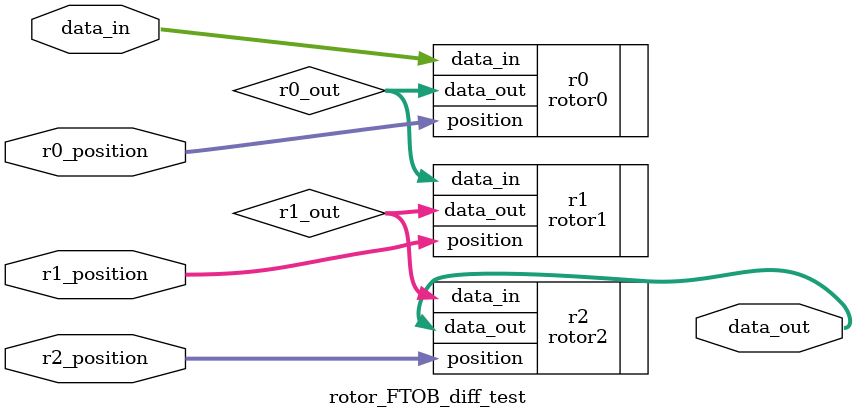
<source format=v>
`timescale 1ns / 1ps


module rotor_FTOB_diff_test(
input [5:0]data_in,
input [5:0]r0_position,
input [5:0]r1_position,
input [5:0]r2_position,
output [5:0]data_out
    );

    wire [5:0]r0_out;
    wire [5:0]r1_out;
    rotor0 r0(.data_in(data_in),.data_out(r0_out),.position(r0_position));
    rotor1 r1(.data_in(r0_out),.data_out(r1_out),.position(r1_position));
    rotor2 r2(.data_in(r1_out),.data_out(data_out),.position(r2_position));
    
endmodule

</source>
